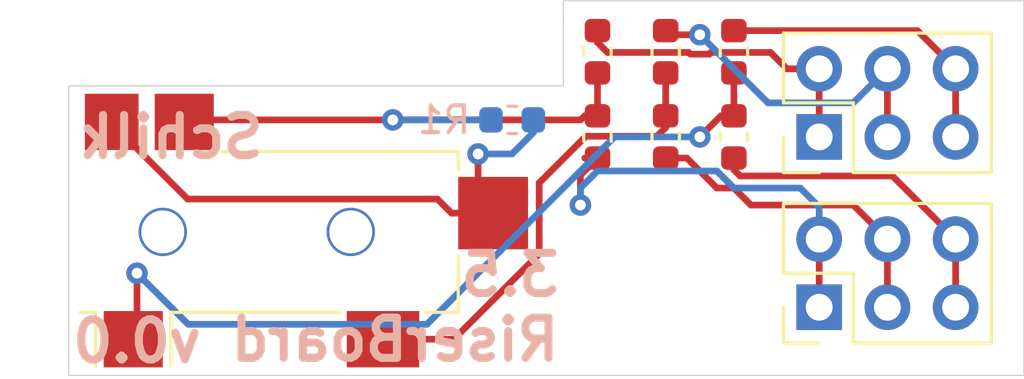
<source format=kicad_pcb>
(kicad_pcb (version 20171130) (host pcbnew "(5.1.5)-3")

  (general
    (thickness 1.6)
    (drawings 13)
    (tracks 95)
    (zones 0)
    (modules 11)
    (nets 11)
  )

  (page A4)
  (title_block
    (title "3.5mm Jack Riser Board")
    (date 2020-03-24)
    (rev v0.0)
    (company "Philipp Schilk")
    (comment 1 https://github.com/TheSchilk)
  )

  (layers
    (0 F.Cu signal)
    (31 B.Cu signal)
    (32 B.Adhes user)
    (33 F.Adhes user)
    (34 B.Paste user)
    (35 F.Paste user)
    (36 B.SilkS user)
    (37 F.SilkS user)
    (38 B.Mask user)
    (39 F.Mask user)
    (40 Dwgs.User user)
    (41 Cmts.User user)
    (42 Eco1.User user)
    (43 Eco2.User user)
    (44 Edge.Cuts user)
    (45 Margin user)
    (46 B.CrtYd user)
    (47 F.CrtYd user)
    (48 B.Fab user hide)
    (49 F.Fab user hide)
  )

  (setup
    (last_trace_width 0.25)
    (trace_clearance 0.2)
    (zone_clearance 0.508)
    (zone_45_only no)
    (trace_min 0.2)
    (via_size 0.8)
    (via_drill 0.4)
    (via_min_size 0.4)
    (via_min_drill 0.3)
    (uvia_size 0.3)
    (uvia_drill 0.1)
    (uvias_allowed no)
    (uvia_min_size 0.2)
    (uvia_min_drill 0.1)
    (edge_width 0.05)
    (segment_width 0.2)
    (pcb_text_width 0.3)
    (pcb_text_size 1.5 1.5)
    (mod_edge_width 0.12)
    (mod_text_size 1 1)
    (mod_text_width 0.15)
    (pad_size 1.524 1.524)
    (pad_drill 0.762)
    (pad_to_mask_clearance 0.051)
    (solder_mask_min_width 0.25)
    (aux_axis_origin 0 0)
    (visible_elements 7FFFFFFF)
    (pcbplotparams
      (layerselection 0x010fc_ffffffff)
      (usegerberextensions false)
      (usegerberattributes false)
      (usegerberadvancedattributes false)
      (creategerberjobfile false)
      (excludeedgelayer true)
      (linewidth 0.100000)
      (plotframeref false)
      (viasonmask false)
      (mode 1)
      (useauxorigin false)
      (hpglpennumber 1)
      (hpglpenspeed 20)
      (hpglpendiameter 15.000000)
      (psnegative false)
      (psa4output false)
      (plotreference true)
      (plotvalue true)
      (plotinvisibletext false)
      (padsonsilk false)
      (subtractmaskfromsilk false)
      (outputformat 1)
      (mirror false)
      (drillshape 0)
      (scaleselection 1)
      (outputdirectory "Gerber/"))
  )

  (net 0 "")
  (net 1 /1_GND)
  (net 2 /1_L)
  (net 3 /1_R)
  (net 4 "Net-(J2-PadRN)")
  (net 5 "Net-(J2-PadS)")
  (net 6 "Net-(J2-PadT)")
  (net 7 "Net-(J2-PadR)")
  (net 8 /2_R)
  (net 9 /2_L)
  (net 10 /2_GND)

  (net_class Default "This is the default net class."
    (clearance 0.2)
    (trace_width 0.25)
    (via_dia 0.8)
    (via_drill 0.4)
    (uvia_dia 0.3)
    (uvia_drill 0.1)
    (add_net /1_GND)
    (add_net /1_L)
    (add_net /1_R)
    (add_net /2_GND)
    (add_net /2_L)
    (add_net /2_R)
    (add_net "Net-(J2-PadR)")
    (add_net "Net-(J2-PadRN)")
    (add_net "Net-(J2-PadS)")
    (add_net "Net-(J2-PadT)")
  )

  (module Jack_3.5mm_Switchcraft_35RASMT4BHNTRX:Jack_3.5mm_Switchcraft_35RASMT4BHNTRX (layer F.Cu) (tedit 5E79DC22) (tstamp 5E79DA5C)
    (at 126.365 94.8055)
    (path /5E7E9474)
    (fp_text reference J2 (at 9.4 -7.1) (layer F.SilkS) hide
      (effects (font (size 1 1) (thickness 0.15)))
    )
    (fp_text value Input (at 6.8 3.5) (layer F.Fab)
      (effects (font (size 1 1) (thickness 0.15)))
    )
    (fp_line (start 0 -7.874) (end 0 -8.001) (layer F.CrtYd) (width 0.12))
    (fp_line (start 17.9 -8.001) (end 0 -8.001) (layer F.CrtYd) (width 0.12))
    (fp_line (start 17.9 -7.9) (end 17.9 -8.001) (layer F.CrtYd) (width 0.12))
    (fp_line (start 17.9 -7.6) (end 17.9 -7.9) (layer F.CrtYd) (width 0.12))
    (fp_line (start 17.9 1.905) (end 17.9 -7.6) (layer F.CrtYd) (width 0.12))
    (fp_line (start 16.256 1.905) (end 17.9 1.905) (layer F.CrtYd) (width 0.12))
    (fp_line (start 14.7 1.905) (end 16.256 1.905) (layer F.CrtYd) (width 0.12))
    (fp_line (start 3.3 1.905) (end 14.7 1.905) (layer F.CrtYd) (width 0.12))
    (fp_line (start 0 1.905) (end 3.302 1.905) (layer F.CrtYd) (width 0.12))
    (fp_line (start 0 -3.7) (end 0 1.905) (layer F.CrtYd) (width 0.12))
    (fp_line (start 0 -8.001) (end 0 -3.7) (layer F.CrtYd) (width 0.12))
    (fp_line (start 0 -0.5) (end 0 0) (layer F.Fab) (width 0.12))
    (fp_line (start -2.5 -0.5) (end 0 -0.5) (layer F.Fab) (width 0.12))
    (fp_line (start -2.5 -5.5) (end -2.5 -0.5) (layer F.Fab) (width 0.12))
    (fp_line (start 0 -5.5) (end -2.5 -5.5) (layer F.Fab) (width 0.12))
    (fp_line (start 0 -6) (end 0 -5.5) (layer F.Fab) (width 0.12))
    (fp_line (start 14.5 -6) (end 0 -6) (layer F.Fab) (width 0.12))
    (fp_line (start 14.5 0) (end 14.5 -6) (layer F.Fab) (width 0.12))
    (fp_line (start 0 0) (end 14.5 0) (layer F.Fab) (width 0.12))
    (fp_line (start 3.8 0) (end 3.8 2) (layer F.SilkS) (width 0.12))
    (fp_line (start 1 0) (end 1 2) (layer F.SilkS) (width 0.12))
    (fp_line (start 1 0) (end 0.425 0) (layer F.SilkS) (width 0.12))
    (fp_line (start 10.1 0) (end 3.8 0) (layer F.SilkS) (width 0.12))
    (fp_line (start 14.5 0) (end 13.3 0) (layer F.SilkS) (width 0.12))
    (fp_line (start 14.5 -2.1) (end 14.5 0) (layer F.SilkS) (width 0.12))
    (fp_line (start 14.5 -6) (end 14.5 -5.3) (layer F.SilkS) (width 0.12))
    (fp_line (start 5.7 -6) (end 14.5 -6) (layer F.SilkS) (width 0.12))
    (pad RN smd rect (at 15.8 -3.7) (size 2.6 2.7) (layers F.Cu F.Paste F.Mask)
      (net 4 "Net-(J2-PadRN)"))
    (pad R smd rect (at 2.4 1) (size 2.2 2.1) (layers F.Cu F.Paste F.Mask)
      (net 7 "Net-(J2-PadR)"))
    (pad T smd rect (at 11.7 1) (size 2.7 2.1) (layers F.Cu F.Paste F.Mask)
      (net 6 "Net-(J2-PadT)"))
    (pad S smd rect (at 4.3 -7.1) (size 2.2 2.1) (layers F.Cu F.Paste F.Mask)
      (net 5 "Net-(J2-PadS)"))
    (pad TN smd rect (at 1.6 -7.1) (size 2 2.1) (layers F.Cu F.Paste F.Mask)
      (net 4 "Net-(J2-PadRN)"))
    (pad "" np_thru_hole circle (at 10.5 -3) (size 1.8 1.8) (drill 1.6) (layers *.Cu *.Mask))
    (pad "" np_thru_hole circle (at 3.5 -3) (size 1.8 1.8) (drill 1.6) (layers *.Cu *.Mask))
  )

  (module MountingHole:MountingHole_3.2mm_M3 (layer F.Cu) (tedit 56D1B4CB) (tstamp 5E79DA16)
    (at 148.59 93.345)
    (descr "Mounting Hole 3.2mm, no annular, M3")
    (tags "mounting hole 3.2mm no annular m3")
    (path /5E7B407B)
    (attr virtual)
    (fp_text reference H1 (at -2.54 2.54) (layer F.SilkS) hide
      (effects (font (size 1 1) (thickness 0.15)))
    )
    (fp_text value "Mount 1" (at 0 4.2) (layer F.Fab)
      (effects (font (size 1 1) (thickness 0.15)))
    )
    (fp_text user %R (at -0.427001 0.660999) (layer F.Fab)
      (effects (font (size 1 1) (thickness 0.15)))
    )
    (fp_circle (center 0 0) (end 3.2 0) (layer Cmts.User) (width 0.15))
    (fp_circle (center 0 0) (end 3.45 0) (layer F.CrtYd) (width 0.05))
    (pad 1 np_thru_hole circle (at 0 0) (size 3.2 3.2) (drill 3.2) (layers *.Cu *.Mask))
  )

  (module Connector_PinHeader_2.54mm:PinHeader_2x03_P2.54mm_Vertical (layer F.Cu) (tedit 59FED5CC) (tstamp 5E79EA07)
    (at 154.305 94.615 90)
    (descr "Through hole straight pin header, 2x03, 2.54mm pitch, double rows")
    (tags "Through hole pin header THT 2x03 2.54mm double row")
    (path /5E7D7B01)
    (fp_text reference J1 (at 0.635 -2.54 90) (layer F.SilkS) hide
      (effects (font (size 1 1) (thickness 0.15)))
    )
    (fp_text value BUS1 (at 1.27 7.41 90) (layer F.Fab)
      (effects (font (size 1 1) (thickness 0.15)))
    )
    (fp_line (start 0 -1.27) (end 3.81 -1.27) (layer F.Fab) (width 0.1))
    (fp_line (start 3.81 -1.27) (end 3.81 6.35) (layer F.Fab) (width 0.1))
    (fp_line (start 3.81 6.35) (end -1.27 6.35) (layer F.Fab) (width 0.1))
    (fp_line (start -1.27 6.35) (end -1.27 0) (layer F.Fab) (width 0.1))
    (fp_line (start -1.27 0) (end 0 -1.27) (layer F.Fab) (width 0.1))
    (fp_line (start -1.33 6.41) (end 3.87 6.41) (layer F.SilkS) (width 0.12))
    (fp_line (start -1.33 1.27) (end -1.33 6.41) (layer F.SilkS) (width 0.12))
    (fp_line (start 3.87 -1.33) (end 3.87 6.41) (layer F.SilkS) (width 0.12))
    (fp_line (start -1.33 1.27) (end 1.27 1.27) (layer F.SilkS) (width 0.12))
    (fp_line (start 1.27 1.27) (end 1.27 -1.33) (layer F.SilkS) (width 0.12))
    (fp_line (start 1.27 -1.33) (end 3.87 -1.33) (layer F.SilkS) (width 0.12))
    (fp_line (start -1.33 0) (end -1.33 -1.33) (layer F.SilkS) (width 0.12))
    (fp_line (start -1.33 -1.33) (end 0 -1.33) (layer F.SilkS) (width 0.12))
    (fp_line (start -1.8 -1.8) (end -1.8 6.85) (layer F.CrtYd) (width 0.05))
    (fp_line (start -1.8 6.85) (end 4.35 6.85) (layer F.CrtYd) (width 0.05))
    (fp_line (start 4.35 6.85) (end 4.35 -1.8) (layer F.CrtYd) (width 0.05))
    (fp_line (start 4.35 -1.8) (end -1.8 -1.8) (layer F.CrtYd) (width 0.05))
    (fp_text user %R (at 1.27 2.54) (layer F.Fab)
      (effects (font (size 1 1) (thickness 0.15)))
    )
    (pad 1 thru_hole rect (at 0 0 90) (size 1.7 1.7) (drill 1) (layers *.Cu *.Mask)
      (net 1 /1_GND))
    (pad 2 thru_hole oval (at 2.54 0 90) (size 1.7 1.7) (drill 1) (layers *.Cu *.Mask)
      (net 1 /1_GND))
    (pad 3 thru_hole oval (at 0 2.54 90) (size 1.7 1.7) (drill 1) (layers *.Cu *.Mask)
      (net 2 /1_L))
    (pad 4 thru_hole oval (at 2.54 2.54 90) (size 1.7 1.7) (drill 1) (layers *.Cu *.Mask)
      (net 2 /1_L))
    (pad 5 thru_hole oval (at 0 5.08 90) (size 1.7 1.7) (drill 1) (layers *.Cu *.Mask)
      (net 3 /1_R))
    (pad 6 thru_hole oval (at 2.54 5.08 90) (size 1.7 1.7) (drill 1) (layers *.Cu *.Mask)
      (net 3 /1_R))
    (model ${KISYS3DMOD}/Connector_PinHeader_2.54mm.3dshapes/PinHeader_1x03_P2.54mm_Vertical.wrl
      (offset (xyz 2.54 0 0))
      (scale (xyz 1 1 1))
      (rotate (xyz 0 0 0))
    )
  )

  (module Connector_PinHeader_2.54mm:PinHeader_2x03_P2.54mm_Vertical (layer F.Cu) (tedit 59FED5CC) (tstamp 5E79DA78)
    (at 154.305 88.265 90)
    (descr "Through hole straight pin header, 2x03, 2.54mm pitch, double rows")
    (tags "Through hole pin header THT 2x03 2.54mm double row")
    (path /5E7D83AA)
    (fp_text reference J3 (at -2.54 -2.54 90) (layer F.SilkS) hide
      (effects (font (size 1 1) (thickness 0.15)))
    )
    (fp_text value BUS2 (at 1.27 7.41 90) (layer F.Fab)
      (effects (font (size 1 1) (thickness 0.15)))
    )
    (fp_text user %R (at 1.27 2.54) (layer F.Fab)
      (effects (font (size 1 1) (thickness 0.15)))
    )
    (fp_line (start 4.35 -1.8) (end -1.8 -1.8) (layer F.CrtYd) (width 0.05))
    (fp_line (start 4.35 6.85) (end 4.35 -1.8) (layer F.CrtYd) (width 0.05))
    (fp_line (start -1.8 6.85) (end 4.35 6.85) (layer F.CrtYd) (width 0.05))
    (fp_line (start -1.8 -1.8) (end -1.8 6.85) (layer F.CrtYd) (width 0.05))
    (fp_line (start -1.33 -1.33) (end 0 -1.33) (layer F.SilkS) (width 0.12))
    (fp_line (start -1.33 0) (end -1.33 -1.33) (layer F.SilkS) (width 0.12))
    (fp_line (start 1.27 -1.33) (end 3.87 -1.33) (layer F.SilkS) (width 0.12))
    (fp_line (start 1.27 1.27) (end 1.27 -1.33) (layer F.SilkS) (width 0.12))
    (fp_line (start -1.33 1.27) (end 1.27 1.27) (layer F.SilkS) (width 0.12))
    (fp_line (start 3.87 -1.33) (end 3.87 6.41) (layer F.SilkS) (width 0.12))
    (fp_line (start -1.33 1.27) (end -1.33 6.41) (layer F.SilkS) (width 0.12))
    (fp_line (start -1.33 6.41) (end 3.87 6.41) (layer F.SilkS) (width 0.12))
    (fp_line (start -1.27 0) (end 0 -1.27) (layer F.Fab) (width 0.1))
    (fp_line (start -1.27 6.35) (end -1.27 0) (layer F.Fab) (width 0.1))
    (fp_line (start 3.81 6.35) (end -1.27 6.35) (layer F.Fab) (width 0.1))
    (fp_line (start 3.81 -1.27) (end 3.81 6.35) (layer F.Fab) (width 0.1))
    (fp_line (start 0 -1.27) (end 3.81 -1.27) (layer F.Fab) (width 0.1))
    (pad 6 thru_hole oval (at 2.54 5.08 90) (size 1.7 1.7) (drill 1) (layers *.Cu *.Mask)
      (net 8 /2_R))
    (pad 5 thru_hole oval (at 0 5.08 90) (size 1.7 1.7) (drill 1) (layers *.Cu *.Mask)
      (net 8 /2_R))
    (pad 4 thru_hole oval (at 2.54 2.54 90) (size 1.7 1.7) (drill 1) (layers *.Cu *.Mask)
      (net 9 /2_L))
    (pad 3 thru_hole oval (at 0 2.54 90) (size 1.7 1.7) (drill 1) (layers *.Cu *.Mask)
      (net 9 /2_L))
    (pad 2 thru_hole oval (at 2.54 0 90) (size 1.7 1.7) (drill 1) (layers *.Cu *.Mask)
      (net 10 /2_GND))
    (pad 1 thru_hole rect (at 0 0 90) (size 1.7 1.7) (drill 1) (layers *.Cu *.Mask)
      (net 10 /2_GND))
    (model ${KISYS3DMOD}/Connector_PinHeader_2.54mm.3dshapes/PinHeader_1x03_P2.54mm_Vertical.wrl
      (at (xyz 0 0 0))
      (scale (xyz 1 1 1))
      (rotate (xyz 0 0 0))
    )
  )

  (module Resistor_SMD:R_0603_1608Metric (layer F.Cu) (tedit 5B301BBD) (tstamp 5E79DA89)
    (at 146.05 88.265 90)
    (descr "Resistor SMD 0603 (1608 Metric), square (rectangular) end terminal, IPC_7351 nominal, (Body size source: http://www.tortai-tech.com/upload/download/2011102023233369053.pdf), generated with kicad-footprint-generator")
    (tags resistor)
    (path /5E7C1BD8)
    (attr smd)
    (fp_text reference JP1 (at 0 1.905 90) (layer F.SilkS) hide
      (effects (font (size 1 1) (thickness 0.15)))
    )
    (fp_text value G_1 (at 0 1.43 90) (layer F.Fab)
      (effects (font (size 1 1) (thickness 0.15)))
    )
    (fp_line (start -0.8 0.4) (end -0.8 -0.4) (layer F.Fab) (width 0.1))
    (fp_line (start -0.8 -0.4) (end 0.8 -0.4) (layer F.Fab) (width 0.1))
    (fp_line (start 0.8 -0.4) (end 0.8 0.4) (layer F.Fab) (width 0.1))
    (fp_line (start 0.8 0.4) (end -0.8 0.4) (layer F.Fab) (width 0.1))
    (fp_line (start -0.162779 -0.51) (end 0.162779 -0.51) (layer F.SilkS) (width 0.12))
    (fp_line (start -0.162779 0.51) (end 0.162779 0.51) (layer F.SilkS) (width 0.12))
    (fp_line (start -1.48 0.73) (end -1.48 -0.73) (layer F.CrtYd) (width 0.05))
    (fp_line (start -1.48 -0.73) (end 1.48 -0.73) (layer F.CrtYd) (width 0.05))
    (fp_line (start 1.48 -0.73) (end 1.48 0.73) (layer F.CrtYd) (width 0.05))
    (fp_line (start 1.48 0.73) (end -1.48 0.73) (layer F.CrtYd) (width 0.05))
    (fp_text user %R (at 0 0 90) (layer F.Fab)
      (effects (font (size 0.4 0.4) (thickness 0.06)))
    )
    (pad 1 smd roundrect (at -0.7875 0 90) (size 0.875 0.95) (layers F.Cu F.Paste F.Mask) (roundrect_rratio 0.25)
      (net 1 /1_GND))
    (pad 2 smd roundrect (at 0.7875 0 90) (size 0.875 0.95) (layers F.Cu F.Paste F.Mask) (roundrect_rratio 0.25)
      (net 5 "Net-(J2-PadS)"))
    (model ${KISYS3DMOD}/Resistor_SMD.3dshapes/R_0603_1608Metric.wrl
      (at (xyz 0 0 0))
      (scale (xyz 1 1 1))
      (rotate (xyz 0 0 0))
    )
  )

  (module Resistor_SMD:R_0603_1608Metric (layer F.Cu) (tedit 5B301BBD) (tstamp 5E79DA9A)
    (at 146.05 85.09 90)
    (descr "Resistor SMD 0603 (1608 Metric), square (rectangular) end terminal, IPC_7351 nominal, (Body size source: http://www.tortai-tech.com/upload/download/2011102023233369053.pdf), generated with kicad-footprint-generator")
    (tags resistor)
    (path /5E7C23FE)
    (attr smd)
    (fp_text reference JP2 (at 0 1.905 90) (layer F.SilkS) hide
      (effects (font (size 1 1) (thickness 0.15)))
    )
    (fp_text value G_2 (at 0 1.43 90) (layer F.Fab)
      (effects (font (size 1 1) (thickness 0.15)))
    )
    (fp_text user %R (at 0 0 90) (layer F.Fab)
      (effects (font (size 0.4 0.4) (thickness 0.06)))
    )
    (fp_line (start 1.48 0.73) (end -1.48 0.73) (layer F.CrtYd) (width 0.05))
    (fp_line (start 1.48 -0.73) (end 1.48 0.73) (layer F.CrtYd) (width 0.05))
    (fp_line (start -1.48 -0.73) (end 1.48 -0.73) (layer F.CrtYd) (width 0.05))
    (fp_line (start -1.48 0.73) (end -1.48 -0.73) (layer F.CrtYd) (width 0.05))
    (fp_line (start -0.162779 0.51) (end 0.162779 0.51) (layer F.SilkS) (width 0.12))
    (fp_line (start -0.162779 -0.51) (end 0.162779 -0.51) (layer F.SilkS) (width 0.12))
    (fp_line (start 0.8 0.4) (end -0.8 0.4) (layer F.Fab) (width 0.1))
    (fp_line (start 0.8 -0.4) (end 0.8 0.4) (layer F.Fab) (width 0.1))
    (fp_line (start -0.8 -0.4) (end 0.8 -0.4) (layer F.Fab) (width 0.1))
    (fp_line (start -0.8 0.4) (end -0.8 -0.4) (layer F.Fab) (width 0.1))
    (pad 2 smd roundrect (at 0.7875 0 90) (size 0.875 0.95) (layers F.Cu F.Paste F.Mask) (roundrect_rratio 0.25)
      (net 10 /2_GND))
    (pad 1 smd roundrect (at -0.7875 0 90) (size 0.875 0.95) (layers F.Cu F.Paste F.Mask) (roundrect_rratio 0.25)
      (net 5 "Net-(J2-PadS)"))
    (model ${KISYS3DMOD}/Resistor_SMD.3dshapes/R_0603_1608Metric.wrl
      (at (xyz 0 0 0))
      (scale (xyz 1 1 1))
      (rotate (xyz 0 0 0))
    )
  )

  (module Resistor_SMD:R_0603_1608Metric (layer F.Cu) (tedit 5B301BBD) (tstamp 5E79DAAB)
    (at 148.59 88.265 90)
    (descr "Resistor SMD 0603 (1608 Metric), square (rectangular) end terminal, IPC_7351 nominal, (Body size source: http://www.tortai-tech.com/upload/download/2011102023233369053.pdf), generated with kicad-footprint-generator")
    (tags resistor)
    (path /5E7C4C9C)
    (attr smd)
    (fp_text reference JP3 (at 0 -1.43 90) (layer F.SilkS) hide
      (effects (font (size 1 1) (thickness 0.15)))
    )
    (fp_text value L_1 (at 0 1.43 90) (layer F.Fab)
      (effects (font (size 1 1) (thickness 0.15)))
    )
    (fp_line (start -0.8 0.4) (end -0.8 -0.4) (layer F.Fab) (width 0.1))
    (fp_line (start -0.8 -0.4) (end 0.8 -0.4) (layer F.Fab) (width 0.1))
    (fp_line (start 0.8 -0.4) (end 0.8 0.4) (layer F.Fab) (width 0.1))
    (fp_line (start 0.8 0.4) (end -0.8 0.4) (layer F.Fab) (width 0.1))
    (fp_line (start -0.162779 -0.51) (end 0.162779 -0.51) (layer F.SilkS) (width 0.12))
    (fp_line (start -0.162779 0.51) (end 0.162779 0.51) (layer F.SilkS) (width 0.12))
    (fp_line (start -1.48 0.73) (end -1.48 -0.73) (layer F.CrtYd) (width 0.05))
    (fp_line (start -1.48 -0.73) (end 1.48 -0.73) (layer F.CrtYd) (width 0.05))
    (fp_line (start 1.48 -0.73) (end 1.48 0.73) (layer F.CrtYd) (width 0.05))
    (fp_line (start 1.48 0.73) (end -1.48 0.73) (layer F.CrtYd) (width 0.05))
    (fp_text user %R (at 0 0 90) (layer F.Fab)
      (effects (font (size 0.4 0.4) (thickness 0.06)))
    )
    (pad 1 smd roundrect (at -0.7875 0 90) (size 0.875 0.95) (layers F.Cu F.Paste F.Mask) (roundrect_rratio 0.25)
      (net 2 /1_L))
    (pad 2 smd roundrect (at 0.7875 0 90) (size 0.875 0.95) (layers F.Cu F.Paste F.Mask) (roundrect_rratio 0.25)
      (net 6 "Net-(J2-PadT)"))
    (model ${KISYS3DMOD}/Resistor_SMD.3dshapes/R_0603_1608Metric.wrl
      (at (xyz 0 0 0))
      (scale (xyz 1 1 1))
      (rotate (xyz 0 0 0))
    )
  )

  (module Resistor_SMD:R_0603_1608Metric (layer F.Cu) (tedit 5B301BBD) (tstamp 5E79DABC)
    (at 148.59 85.09 90)
    (descr "Resistor SMD 0603 (1608 Metric), square (rectangular) end terminal, IPC_7351 nominal, (Body size source: http://www.tortai-tech.com/upload/download/2011102023233369053.pdf), generated with kicad-footprint-generator")
    (tags resistor)
    (path /5E7C4CA2)
    (attr smd)
    (fp_text reference JP4 (at 0 -1.43 90) (layer F.SilkS) hide
      (effects (font (size 1 1) (thickness 0.15)))
    )
    (fp_text value L_2 (at 0 1.43 90) (layer F.Fab)
      (effects (font (size 1 1) (thickness 0.15)))
    )
    (fp_text user %R (at 0 0 90) (layer F.Fab)
      (effects (font (size 0.4 0.4) (thickness 0.06)))
    )
    (fp_line (start 1.48 0.73) (end -1.48 0.73) (layer F.CrtYd) (width 0.05))
    (fp_line (start 1.48 -0.73) (end 1.48 0.73) (layer F.CrtYd) (width 0.05))
    (fp_line (start -1.48 -0.73) (end 1.48 -0.73) (layer F.CrtYd) (width 0.05))
    (fp_line (start -1.48 0.73) (end -1.48 -0.73) (layer F.CrtYd) (width 0.05))
    (fp_line (start -0.162779 0.51) (end 0.162779 0.51) (layer F.SilkS) (width 0.12))
    (fp_line (start -0.162779 -0.51) (end 0.162779 -0.51) (layer F.SilkS) (width 0.12))
    (fp_line (start 0.8 0.4) (end -0.8 0.4) (layer F.Fab) (width 0.1))
    (fp_line (start 0.8 -0.4) (end 0.8 0.4) (layer F.Fab) (width 0.1))
    (fp_line (start -0.8 -0.4) (end 0.8 -0.4) (layer F.Fab) (width 0.1))
    (fp_line (start -0.8 0.4) (end -0.8 -0.4) (layer F.Fab) (width 0.1))
    (pad 2 smd roundrect (at 0.7875 0 90) (size 0.875 0.95) (layers F.Cu F.Paste F.Mask) (roundrect_rratio 0.25)
      (net 9 /2_L))
    (pad 1 smd roundrect (at -0.7875 0 90) (size 0.875 0.95) (layers F.Cu F.Paste F.Mask) (roundrect_rratio 0.25)
      (net 6 "Net-(J2-PadT)"))
    (model ${KISYS3DMOD}/Resistor_SMD.3dshapes/R_0603_1608Metric.wrl
      (at (xyz 0 0 0))
      (scale (xyz 1 1 1))
      (rotate (xyz 0 0 0))
    )
  )

  (module Resistor_SMD:R_0603_1608Metric (layer F.Cu) (tedit 5B301BBD) (tstamp 5E79DACD)
    (at 151.13 88.265 90)
    (descr "Resistor SMD 0603 (1608 Metric), square (rectangular) end terminal, IPC_7351 nominal, (Body size source: http://www.tortai-tech.com/upload/download/2011102023233369053.pdf), generated with kicad-footprint-generator")
    (tags resistor)
    (path /5E7C8F61)
    (attr smd)
    (fp_text reference JP5 (at 0 -1.43 90) (layer F.SilkS) hide
      (effects (font (size 1 1) (thickness 0.15)))
    )
    (fp_text value R_1 (at 0 1.43 90) (layer F.Fab)
      (effects (font (size 1 1) (thickness 0.15)))
    )
    (fp_line (start -0.8 0.4) (end -0.8 -0.4) (layer F.Fab) (width 0.1))
    (fp_line (start -0.8 -0.4) (end 0.8 -0.4) (layer F.Fab) (width 0.1))
    (fp_line (start 0.8 -0.4) (end 0.8 0.4) (layer F.Fab) (width 0.1))
    (fp_line (start 0.8 0.4) (end -0.8 0.4) (layer F.Fab) (width 0.1))
    (fp_line (start -0.162779 -0.51) (end 0.162779 -0.51) (layer F.SilkS) (width 0.12))
    (fp_line (start -0.162779 0.51) (end 0.162779 0.51) (layer F.SilkS) (width 0.12))
    (fp_line (start -1.48 0.73) (end -1.48 -0.73) (layer F.CrtYd) (width 0.05))
    (fp_line (start -1.48 -0.73) (end 1.48 -0.73) (layer F.CrtYd) (width 0.05))
    (fp_line (start 1.48 -0.73) (end 1.48 0.73) (layer F.CrtYd) (width 0.05))
    (fp_line (start 1.48 0.73) (end -1.48 0.73) (layer F.CrtYd) (width 0.05))
    (fp_text user %R (at 0 0 90) (layer F.Fab)
      (effects (font (size 0.4 0.4) (thickness 0.06)))
    )
    (pad 1 smd roundrect (at -0.7875 0 90) (size 0.875 0.95) (layers F.Cu F.Paste F.Mask) (roundrect_rratio 0.25)
      (net 3 /1_R))
    (pad 2 smd roundrect (at 0.7875 0 90) (size 0.875 0.95) (layers F.Cu F.Paste F.Mask) (roundrect_rratio 0.25)
      (net 7 "Net-(J2-PadR)"))
    (model ${KISYS3DMOD}/Resistor_SMD.3dshapes/R_0603_1608Metric.wrl
      (at (xyz 0 0 0))
      (scale (xyz 1 1 1))
      (rotate (xyz 0 0 0))
    )
  )

  (module Resistor_SMD:R_0603_1608Metric (layer F.Cu) (tedit 5B301BBD) (tstamp 5E79DADE)
    (at 151.13 85.09 90)
    (descr "Resistor SMD 0603 (1608 Metric), square (rectangular) end terminal, IPC_7351 nominal, (Body size source: http://www.tortai-tech.com/upload/download/2011102023233369053.pdf), generated with kicad-footprint-generator")
    (tags resistor)
    (path /5E7C8F67)
    (attr smd)
    (fp_text reference JP6 (at 0 -1.43 90) (layer F.SilkS) hide
      (effects (font (size 1 1) (thickness 0.15)))
    )
    (fp_text value R_2 (at 0 1.43 90) (layer F.Fab)
      (effects (font (size 1 1) (thickness 0.15)))
    )
    (fp_text user %R (at 0 0 90) (layer F.Fab)
      (effects (font (size 0.4 0.4) (thickness 0.06)))
    )
    (fp_line (start 1.48 0.73) (end -1.48 0.73) (layer F.CrtYd) (width 0.05))
    (fp_line (start 1.48 -0.73) (end 1.48 0.73) (layer F.CrtYd) (width 0.05))
    (fp_line (start -1.48 -0.73) (end 1.48 -0.73) (layer F.CrtYd) (width 0.05))
    (fp_line (start -1.48 0.73) (end -1.48 -0.73) (layer F.CrtYd) (width 0.05))
    (fp_line (start -0.162779 0.51) (end 0.162779 0.51) (layer F.SilkS) (width 0.12))
    (fp_line (start -0.162779 -0.51) (end 0.162779 -0.51) (layer F.SilkS) (width 0.12))
    (fp_line (start 0.8 0.4) (end -0.8 0.4) (layer F.Fab) (width 0.1))
    (fp_line (start 0.8 -0.4) (end 0.8 0.4) (layer F.Fab) (width 0.1))
    (fp_line (start -0.8 -0.4) (end 0.8 -0.4) (layer F.Fab) (width 0.1))
    (fp_line (start -0.8 0.4) (end -0.8 -0.4) (layer F.Fab) (width 0.1))
    (pad 2 smd roundrect (at 0.7875 0 90) (size 0.875 0.95) (layers F.Cu F.Paste F.Mask) (roundrect_rratio 0.25)
      (net 8 /2_R))
    (pad 1 smd roundrect (at -0.7875 0 90) (size 0.875 0.95) (layers F.Cu F.Paste F.Mask) (roundrect_rratio 0.25)
      (net 7 "Net-(J2-PadR)"))
    (model ${KISYS3DMOD}/Resistor_SMD.3dshapes/R_0603_1608Metric.wrl
      (at (xyz 0 0 0))
      (scale (xyz 1 1 1))
      (rotate (xyz 0 0 0))
    )
  )

  (module Resistor_SMD:R_0603_1608Metric (layer B.Cu) (tedit 5B301BBD) (tstamp 5E79EFD8)
    (at 142.875 87.63)
    (descr "Resistor SMD 0603 (1608 Metric), square (rectangular) end terminal, IPC_7351 nominal, (Body size source: http://www.tortai-tech.com/upload/download/2011102023233369053.pdf), generated with kicad-footprint-generator")
    (tags resistor)
    (path /5E7E0BE6)
    (attr smd)
    (fp_text reference R1 (at -2.54 0 180) (layer B.SilkS)
      (effects (font (size 1 1) (thickness 0.15)) (justify mirror))
    )
    (fp_text value 10K (at 0 -1.43 180) (layer B.Fab)
      (effects (font (size 1 1) (thickness 0.15)) (justify mirror))
    )
    (fp_line (start -0.8 -0.4) (end -0.8 0.4) (layer B.Fab) (width 0.1))
    (fp_line (start -0.8 0.4) (end 0.8 0.4) (layer B.Fab) (width 0.1))
    (fp_line (start 0.8 0.4) (end 0.8 -0.4) (layer B.Fab) (width 0.1))
    (fp_line (start 0.8 -0.4) (end -0.8 -0.4) (layer B.Fab) (width 0.1))
    (fp_line (start -0.162779 0.51) (end 0.162779 0.51) (layer B.SilkS) (width 0.12))
    (fp_line (start -0.162779 -0.51) (end 0.162779 -0.51) (layer B.SilkS) (width 0.12))
    (fp_line (start -1.48 -0.73) (end -1.48 0.73) (layer B.CrtYd) (width 0.05))
    (fp_line (start -1.48 0.73) (end 1.48 0.73) (layer B.CrtYd) (width 0.05))
    (fp_line (start 1.48 0.73) (end 1.48 -0.73) (layer B.CrtYd) (width 0.05))
    (fp_line (start 1.48 -0.73) (end -1.48 -0.73) (layer B.CrtYd) (width 0.05))
    (fp_text user %R (at 0 0 180) (layer B.Fab)
      (effects (font (size 0.4 0.4) (thickness 0.06)) (justify mirror))
    )
    (pad 1 smd roundrect (at -0.7875 0) (size 0.875 0.95) (layers B.Cu B.Paste B.Mask) (roundrect_rratio 0.25)
      (net 5 "Net-(J2-PadS)"))
    (pad 2 smd roundrect (at 0.7875 0) (size 0.875 0.95) (layers B.Cu B.Paste B.Mask) (roundrect_rratio 0.25)
      (net 4 "Net-(J2-PadRN)"))
    (model ${KISYS3DMOD}/Resistor_SMD.3dshapes/R_0603_1608Metric.wrl
      (at (xyz 0 0 0))
      (scale (xyz 1 1 1))
      (rotate (xyz 0 0 0))
    )
  )

  (gr_text v0.0 (at 128.905 95.885) (layer B.SilkS)
    (effects (font (size 1.5 1.5) (thickness 0.3)) (justify mirror))
  )
  (gr_text Schilk (at 130.175 88.265) (layer B.SilkS)
    (effects (font (size 1.5 1.5) (thickness 0.3)) (justify mirror))
  )
  (gr_text "3.5\nRiserBoard" (at 144.78 94.615) (layer B.SilkS)
    (effects (font (size 1.5 1.5) (thickness 0.3)) (justify left mirror))
  )
  (gr_line (start 144.78 83.185) (end 161.925 83.185) (layer Edge.Cuts) (width 0.05) (tstamp 5E79E8B3))
  (gr_line (start 144.78 83.185) (end 144.78 83.82) (layer Edge.Cuts) (width 0.05) (tstamp 5E79E8B2))
  (gr_line (start 161.925 97.155) (end 161.925 83.185) (layer Edge.Cuts) (width 0.05))
  (gr_line (start 144.78 97.155) (end 161.925 97.155) (layer Edge.Cuts) (width 0.05))
  (gr_line (start 144.78 86.36) (end 144.78 83.82) (layer Edge.Cuts) (width 0.05))
  (gr_line (start 129.54 86.36) (end 144.78 86.36) (layer Edge.Cuts) (width 0.05))
  (gr_line (start 129.54 97.155) (end 144.78 97.155) (layer Edge.Cuts) (width 0.05))
  (gr_line (start 126.365 86.36) (end 129.54 86.36) (layer Edge.Cuts) (width 0.05))
  (gr_line (start 126.365 97.155) (end 129.54 97.155) (layer Edge.Cuts) (width 0.05))
  (gr_line (start 126.365 86.36) (end 126.365 97.155) (layer Edge.Cuts) (width 0.05))

  (segment (start 154.305 93.515) (end 154.305 92.075) (width 0.25) (layer F.Cu) (net 1))
  (segment (start 154.305 94.615) (end 154.305 93.515) (width 0.25) (layer F.Cu) (net 1))
  (segment (start 145.575 89.0525) (end 146.05 89.0525) (width 0.25) (layer F.Cu) (net 1))
  (segment (start 154.305 90.872919) (end 153.602081 90.17) (width 0.25) (layer B.Cu) (net 1))
  (segment (start 154.305 92.075) (end 154.305 90.872919) (width 0.25) (layer B.Cu) (net 1))
  (segment (start 153.602081 90.17) (end 151.13 90.17) (width 0.25) (layer B.Cu) (net 1))
  (segment (start 151.13 90.17) (end 150.495 89.535) (width 0.25) (layer B.Cu) (net 1))
  (segment (start 150.495 89.535) (end 146.05 89.535) (width 0.25) (layer B.Cu) (net 1))
  (via (at 145.415 90.805) (size 0.8) (drill 0.4) (layers F.Cu B.Cu) (net 1))
  (segment (start 146.05 89.535) (end 145.415 90.17) (width 0.25) (layer B.Cu) (net 1))
  (segment (start 145.415 90.17) (end 145.415 90.805) (width 0.25) (layer B.Cu) (net 1))
  (segment (start 145.415 89.6875) (end 146.05 89.0525) (width 0.25) (layer F.Cu) (net 1))
  (segment (start 145.415 90.805) (end 145.415 89.6875) (width 0.25) (layer F.Cu) (net 1))
  (segment (start 156.845 92.075) (end 156.845 94.615) (width 0.25) (layer F.Cu) (net 2))
  (segment (start 156.845 92.075) (end 155.575 90.805) (width 0.25) (layer F.Cu) (net 2))
  (segment (start 148.59 89.49) (end 148.59 89.0525) (width 0.25) (layer F.Cu) (net 2))
  (segment (start 155.575 90.805) (end 151.765 90.805) (width 0.25) (layer F.Cu) (net 2))
  (segment (start 151.765 90.805) (end 151.13 90.17) (width 0.25) (layer F.Cu) (net 2))
  (segment (start 151.13 90.17) (end 150.495 90.17) (width 0.25) (layer F.Cu) (net 2))
  (segment (start 149.3775 89.0525) (end 148.59 89.0525) (width 0.25) (layer F.Cu) (net 2))
  (segment (start 150.495 90.17) (end 149.3775 89.0525) (width 0.25) (layer F.Cu) (net 2))
  (segment (start 159.385 93.277081) (end 159.385 94.615) (width 0.25) (layer F.Cu) (net 3))
  (segment (start 159.385 92.075) (end 159.385 93.277081) (width 0.25) (layer F.Cu) (net 3))
  (segment (start 157.029989 89.719989) (end 158.535001 91.225001) (width 0.25) (layer F.Cu) (net 3))
  (segment (start 158.535001 91.225001) (end 159.385 92.075) (width 0.25) (layer F.Cu) (net 3))
  (segment (start 151.13 89.49) (end 151.359989 89.719989) (width 0.25) (layer F.Cu) (net 3))
  (segment (start 151.13 89.0525) (end 151.13 89.49) (width 0.25) (layer F.Cu) (net 3))
  (segment (start 151.359989 89.719989) (end 157.029989 89.719989) (width 0.25) (layer F.Cu) (net 3))
  (segment (start 140.615 91.1055) (end 142.165 91.1055) (width 0.25) (layer F.Cu) (net 4))
  (segment (start 140.089999 90.580499) (end 140.615 91.1055) (width 0.25) (layer F.Cu) (net 4))
  (segment (start 130.789999 90.580499) (end 140.089999 90.580499) (width 0.25) (layer F.Cu) (net 4))
  (segment (start 127.965 87.7555) (end 130.789999 90.580499) (width 0.25) (layer F.Cu) (net 4))
  (segment (start 127.965 87.7055) (end 127.965 87.7555) (width 0.25) (layer F.Cu) (net 4))
  (segment (start 142.165 90.245) (end 142.165 91.1055) (width 0.25) (layer F.Cu) (net 4))
  (via (at 141.605 88.9) (size 0.8) (drill 0.4) (layers F.Cu B.Cu) (net 4))
  (segment (start 142.8675 88.9) (end 141.605 88.9) (width 0.25) (layer B.Cu) (net 4))
  (segment (start 143.6625 87.63) (end 143.6625 88.105) (width 0.25) (layer B.Cu) (net 4))
  (segment (start 143.6625 88.105) (end 142.8675 88.9) (width 0.25) (layer B.Cu) (net 4))
  (segment (start 141.605 90.5455) (end 142.165 91.1055) (width 0.25) (layer F.Cu) (net 4))
  (segment (start 141.605 88.9) (end 141.605 90.5455) (width 0.25) (layer F.Cu) (net 4))
  (segment (start 130.7405 87.63) (end 130.665 87.7055) (width 0.25) (layer F.Cu) (net 5))
  (segment (start 133.35 87.63) (end 130.7405 87.63) (width 0.25) (layer F.Cu) (net 5))
  (via (at 138.43 87.63) (size 0.8) (drill 0.4) (layers F.Cu B.Cu) (net 5))
  (segment (start 142.24 87.63) (end 138.43 87.63) (width 0.25) (layer F.Cu) (net 5))
  (segment (start 142.0875 87.63) (end 138.43 87.63) (width 0.25) (layer B.Cu) (net 5))
  (segment (start 133.35 87.63) (end 138.43 87.63) (width 0.25) (layer F.Cu) (net 5))
  (segment (start 146.05 85.8775) (end 146.05 87.4775) (width 0.25) (layer F.Cu) (net 5))
  (segment (start 145.575 87.4775) (end 145.4225 87.63) (width 0.25) (layer F.Cu) (net 5))
  (segment (start 146.05 87.4775) (end 145.575 87.4775) (width 0.25) (layer F.Cu) (net 5))
  (segment (start 145.4225 87.63) (end 141.605 87.63) (width 0.25) (layer F.Cu) (net 5))
  (segment (start 148.59 87.4775) (end 148.59 85.8775) (width 0.25) (layer F.Cu) (net 6))
  (segment (start 143.87998 89.978526) (end 145.618496 88.24001) (width 0.25) (layer F.Cu) (net 6))
  (segment (start 148.59 87.915) (end 148.59 87.4775) (width 0.25) (layer F.Cu) (net 6))
  (segment (start 143.87998 92.625522) (end 143.87998 89.978526) (width 0.25) (layer F.Cu) (net 6))
  (segment (start 145.618496 88.24001) (end 148.26499 88.24001) (width 0.25) (layer F.Cu) (net 6))
  (segment (start 148.26499 88.24001) (end 148.59 87.915) (width 0.25) (layer F.Cu) (net 6))
  (segment (start 138.065 95.8055) (end 140.700002 95.8055) (width 0.25) (layer F.Cu) (net 6))
  (segment (start 140.700002 95.8055) (end 143.87998 92.625522) (width 0.25) (layer F.Cu) (net 6))
  (via (at 128.905 93.345) (size 0.8) (drill 0.4) (layers F.Cu B.Cu) (net 7))
  (segment (start 128.905 95.6655) (end 128.765 95.8055) (width 0.25) (layer F.Cu) (net 7))
  (segment (start 128.905 93.345) (end 128.905 95.6655) (width 0.25) (layer F.Cu) (net 7))
  (segment (start 151.13 85.8775) (end 151.13 87.4775) (width 0.25) (layer F.Cu) (net 7))
  (via (at 149.86 88.265) (size 0.8) (drill 0.4) (layers F.Cu B.Cu) (net 7))
  (segment (start 151.13 87.4775) (end 150.6475 87.4775) (width 0.25) (layer F.Cu) (net 7))
  (segment (start 150.6475 87.4775) (end 149.86 88.265) (width 0.25) (layer F.Cu) (net 7))
  (segment (start 139.7 95.25) (end 130.81 95.25) (width 0.25) (layer B.Cu) (net 7))
  (segment (start 144.964991 89.985009) (end 139.7 95.25) (width 0.25) (layer B.Cu) (net 7))
  (segment (start 129.304999 93.744999) (end 128.905 93.345) (width 0.25) (layer B.Cu) (net 7))
  (segment (start 130.81 95.25) (end 129.304999 93.744999) (width 0.25) (layer B.Cu) (net 7))
  (segment (start 144.964991 89.983599) (end 144.964991 89.985009) (width 0.25) (layer B.Cu) (net 7))
  (segment (start 146.68359 88.265) (end 144.964991 89.983599) (width 0.25) (layer B.Cu) (net 7))
  (segment (start 149.86 88.265) (end 146.68359 88.265) (width 0.25) (layer B.Cu) (net 7))
  (segment (start 159.385 86.927081) (end 159.385 88.265) (width 0.25) (layer F.Cu) (net 8))
  (segment (start 159.385 85.725) (end 159.385 86.927081) (width 0.25) (layer F.Cu) (net 8))
  (segment (start 157.9625 84.3025) (end 158.75 85.09) (width 0.25) (layer F.Cu) (net 8))
  (segment (start 151.13 84.3025) (end 157.9625 84.3025) (width 0.25) (layer F.Cu) (net 8))
  (segment (start 158.75 85.09) (end 159.385 85.725) (width 0.25) (layer F.Cu) (net 8))
  (segment (start 156.845 85.725) (end 156.845 88.265) (width 0.25) (layer F.Cu) (net 9))
  (segment (start 156.845 85.725) (end 155.575 86.995) (width 0.25) (layer B.Cu) (net 9))
  (segment (start 155.575 86.995) (end 152.4 86.995) (width 0.25) (layer B.Cu) (net 9))
  (via (at 149.86 84.455) (size 0.8) (drill 0.4) (layers F.Cu B.Cu) (net 9))
  (segment (start 152.4 86.995) (end 149.86 84.455) (width 0.25) (layer B.Cu) (net 9))
  (segment (start 148.7425 84.455) (end 148.59 84.3025) (width 0.25) (layer F.Cu) (net 9))
  (segment (start 149.86 84.455) (end 148.7425 84.455) (width 0.25) (layer F.Cu) (net 9))
  (segment (start 154.305 86.927081) (end 154.305 88.265) (width 0.25) (layer F.Cu) (net 10))
  (segment (start 154.305 85.725) (end 154.305 86.927081) (width 0.25) (layer F.Cu) (net 10))
  (segment (start 149.511999 85.180001) (end 150.208001 85.180001) (width 0.25) (layer F.Cu) (net 10))
  (segment (start 146.05 84.3025) (end 146.05 84.74) (width 0.25) (layer F.Cu) (net 10))
  (segment (start 152.492909 85.11499) (end 153.102919 85.725) (width 0.25) (layer F.Cu) (net 10))
  (segment (start 146.05 84.74) (end 146.42499 85.11499) (width 0.25) (layer F.Cu) (net 10))
  (segment (start 150.208001 85.180001) (end 150.273012 85.11499) (width 0.25) (layer F.Cu) (net 10))
  (segment (start 146.42499 85.11499) (end 149.446988 85.11499) (width 0.25) (layer F.Cu) (net 10))
  (segment (start 153.102919 85.725) (end 154.305 85.725) (width 0.25) (layer F.Cu) (net 10))
  (segment (start 150.273012 85.11499) (end 152.492909 85.11499) (width 0.25) (layer F.Cu) (net 10))
  (segment (start 149.446988 85.11499) (end 149.511999 85.180001) (width 0.25) (layer F.Cu) (net 10))

)

</source>
